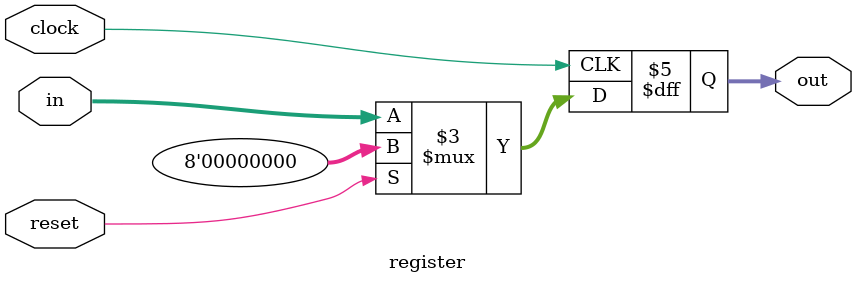
<source format=v>
module register(out, in, clock, reset);
    parameter w = 8;

    output [w-1:0] out;
    input [w-1:0] in;
    input clock;
    input reset;

    reg [w-1:0] out;

    always @(posedge clock) begin
        if (reset) out = 0;
        else out = in;
    end
endmodule

</source>
